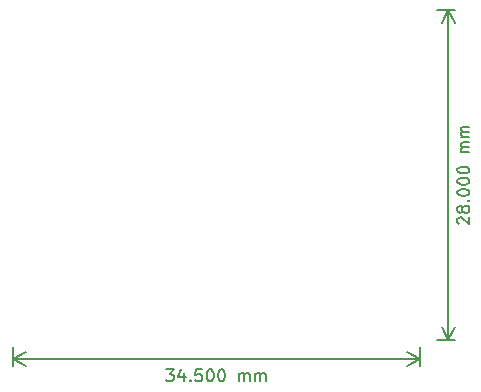
<source format=gbr>
G04 #@! TF.GenerationSoftware,KiCad,Pcbnew,(5.1.2)-1*
G04 #@! TF.CreationDate,2019-06-03T23:01:36-07:00*
G04 #@! TF.ProjectId,USB-PD-Breakout,5553422d-5044-42d4-9272-65616b6f7574,rev?*
G04 #@! TF.SameCoordinates,PX60e4b00PY60e4b00*
G04 #@! TF.FileFunction,Drawing*
%FSLAX46Y46*%
G04 Gerber Fmt 4.6, Leading zero omitted, Abs format (unit mm)*
G04 Created by KiCad (PCBNEW (5.1.2)-1) date 2019-06-03 23:01:36*
%MOMM*%
%LPD*%
G04 APERTURE LIST*
%ADD10C,0.150000*%
%ADD11C,0.203200*%
G04 APERTURE END LIST*
D10*
X37747619Y9957143D02*
X37700000Y10004762D01*
X37652380Y10100000D01*
X37652380Y10338096D01*
X37700000Y10433334D01*
X37747619Y10480953D01*
X37842857Y10528572D01*
X37938095Y10528572D01*
X38080952Y10480953D01*
X38652380Y9909524D01*
X38652380Y10528572D01*
X38080952Y11100000D02*
X38033333Y11004762D01*
X37985714Y10957143D01*
X37890476Y10909524D01*
X37842857Y10909524D01*
X37747619Y10957143D01*
X37700000Y11004762D01*
X37652380Y11100000D01*
X37652380Y11290477D01*
X37700000Y11385715D01*
X37747619Y11433334D01*
X37842857Y11480953D01*
X37890476Y11480953D01*
X37985714Y11433334D01*
X38033333Y11385715D01*
X38080952Y11290477D01*
X38080952Y11100000D01*
X38128571Y11004762D01*
X38176190Y10957143D01*
X38271428Y10909524D01*
X38461904Y10909524D01*
X38557142Y10957143D01*
X38604761Y11004762D01*
X38652380Y11100000D01*
X38652380Y11290477D01*
X38604761Y11385715D01*
X38557142Y11433334D01*
X38461904Y11480953D01*
X38271428Y11480953D01*
X38176190Y11433334D01*
X38128571Y11385715D01*
X38080952Y11290477D01*
X38557142Y11909524D02*
X38604761Y11957143D01*
X38652380Y11909524D01*
X38604761Y11861905D01*
X38557142Y11909524D01*
X38652380Y11909524D01*
X37652380Y12576191D02*
X37652380Y12671429D01*
X37700000Y12766667D01*
X37747619Y12814286D01*
X37842857Y12861905D01*
X38033333Y12909524D01*
X38271428Y12909524D01*
X38461904Y12861905D01*
X38557142Y12814286D01*
X38604761Y12766667D01*
X38652380Y12671429D01*
X38652380Y12576191D01*
X38604761Y12480953D01*
X38557142Y12433334D01*
X38461904Y12385715D01*
X38271428Y12338096D01*
X38033333Y12338096D01*
X37842857Y12385715D01*
X37747619Y12433334D01*
X37700000Y12480953D01*
X37652380Y12576191D01*
X37652380Y13528572D02*
X37652380Y13623810D01*
X37700000Y13719048D01*
X37747619Y13766667D01*
X37842857Y13814286D01*
X38033333Y13861905D01*
X38271428Y13861905D01*
X38461904Y13814286D01*
X38557142Y13766667D01*
X38604761Y13719048D01*
X38652380Y13623810D01*
X38652380Y13528572D01*
X38604761Y13433334D01*
X38557142Y13385715D01*
X38461904Y13338096D01*
X38271428Y13290477D01*
X38033333Y13290477D01*
X37842857Y13338096D01*
X37747619Y13385715D01*
X37700000Y13433334D01*
X37652380Y13528572D01*
X37652380Y14480953D02*
X37652380Y14576191D01*
X37700000Y14671429D01*
X37747619Y14719048D01*
X37842857Y14766667D01*
X38033333Y14814286D01*
X38271428Y14814286D01*
X38461904Y14766667D01*
X38557142Y14719048D01*
X38604761Y14671429D01*
X38652380Y14576191D01*
X38652380Y14480953D01*
X38604761Y14385715D01*
X38557142Y14338096D01*
X38461904Y14290477D01*
X38271428Y14242858D01*
X38033333Y14242858D01*
X37842857Y14290477D01*
X37747619Y14338096D01*
X37700000Y14385715D01*
X37652380Y14480953D01*
X38652380Y16004762D02*
X37985714Y16004762D01*
X38080952Y16004762D02*
X38033333Y16052381D01*
X37985714Y16147620D01*
X37985714Y16290477D01*
X38033333Y16385715D01*
X38128571Y16433334D01*
X38652380Y16433334D01*
X38128571Y16433334D02*
X38033333Y16480953D01*
X37985714Y16576191D01*
X37985714Y16719048D01*
X38033333Y16814286D01*
X38128571Y16861905D01*
X38652380Y16861905D01*
X38652380Y17338096D02*
X37985714Y17338096D01*
X38080952Y17338096D02*
X38033333Y17385715D01*
X37985714Y17480953D01*
X37985714Y17623810D01*
X38033333Y17719048D01*
X38128571Y17766667D01*
X38652380Y17766667D01*
X38128571Y17766667D02*
X38033333Y17814286D01*
X37985714Y17909524D01*
X37985714Y18052381D01*
X38033333Y18147620D01*
X38128571Y18195239D01*
X38652380Y18195239D01*
X36900000Y100000D02*
X36900000Y28100000D01*
X35900000Y100000D02*
X37486421Y100000D01*
X35900000Y28100000D02*
X37486421Y28100000D01*
X36900000Y28100000D02*
X37486421Y26973496D01*
X36900000Y28100000D02*
X36313579Y26973496D01*
X36900000Y100000D02*
X37486421Y1226504D01*
X36900000Y100000D02*
X36313579Y1226504D01*
D11*
X12992476Y-2366018D02*
X13621428Y-2366018D01*
X13282761Y-2753065D01*
X13427904Y-2753065D01*
X13524666Y-2801446D01*
X13573047Y-2849827D01*
X13621428Y-2946589D01*
X13621428Y-3188494D01*
X13573047Y-3285256D01*
X13524666Y-3333637D01*
X13427904Y-3382018D01*
X13137619Y-3382018D01*
X13040857Y-3333637D01*
X12992476Y-3285256D01*
X14492285Y-2704684D02*
X14492285Y-3382018D01*
X14250380Y-2317637D02*
X14008476Y-3043351D01*
X14637428Y-3043351D01*
X15024476Y-3285256D02*
X15072857Y-3333637D01*
X15024476Y-3382018D01*
X14976095Y-3333637D01*
X15024476Y-3285256D01*
X15024476Y-3382018D01*
X15992095Y-2366018D02*
X15508285Y-2366018D01*
X15459904Y-2849827D01*
X15508285Y-2801446D01*
X15605047Y-2753065D01*
X15846952Y-2753065D01*
X15943714Y-2801446D01*
X15992095Y-2849827D01*
X16040476Y-2946589D01*
X16040476Y-3188494D01*
X15992095Y-3285256D01*
X15943714Y-3333637D01*
X15846952Y-3382018D01*
X15605047Y-3382018D01*
X15508285Y-3333637D01*
X15459904Y-3285256D01*
X16669428Y-2366018D02*
X16766190Y-2366018D01*
X16862952Y-2414399D01*
X16911333Y-2462779D01*
X16959714Y-2559541D01*
X17008095Y-2753065D01*
X17008095Y-2994970D01*
X16959714Y-3188494D01*
X16911333Y-3285256D01*
X16862952Y-3333637D01*
X16766190Y-3382018D01*
X16669428Y-3382018D01*
X16572666Y-3333637D01*
X16524285Y-3285256D01*
X16475904Y-3188494D01*
X16427523Y-2994970D01*
X16427523Y-2753065D01*
X16475904Y-2559541D01*
X16524285Y-2462779D01*
X16572666Y-2414399D01*
X16669428Y-2366018D01*
X17637047Y-2366018D02*
X17733809Y-2366018D01*
X17830571Y-2414398D01*
X17878952Y-2462779D01*
X17927333Y-2559541D01*
X17975714Y-2753065D01*
X17975714Y-2994970D01*
X17927333Y-3188494D01*
X17878952Y-3285256D01*
X17830571Y-3333637D01*
X17733809Y-3382018D01*
X17637047Y-3382018D01*
X17540285Y-3333637D01*
X17491904Y-3285256D01*
X17443523Y-3188494D01*
X17395142Y-2994970D01*
X17395142Y-2753065D01*
X17443523Y-2559541D01*
X17491904Y-2462779D01*
X17540285Y-2414398D01*
X17637047Y-2366018D01*
X19185238Y-3382017D02*
X19185238Y-2704684D01*
X19185238Y-2801446D02*
X19233619Y-2753065D01*
X19330380Y-2704684D01*
X19475523Y-2704684D01*
X19572285Y-2753065D01*
X19620666Y-2849827D01*
X19620666Y-3382017D01*
X19620666Y-2849827D02*
X19669047Y-2753065D01*
X19765809Y-2704684D01*
X19910952Y-2704684D01*
X20007714Y-2753065D01*
X20056095Y-2849827D01*
X20056095Y-3382017D01*
X20539904Y-3382017D02*
X20539904Y-2704684D01*
X20539904Y-2801446D02*
X20588285Y-2753065D01*
X20685047Y-2704684D01*
X20830190Y-2704684D01*
X20926952Y-2753065D01*
X20975333Y-2849827D01*
X20975333Y-3382017D01*
X20975333Y-2849827D02*
X21023714Y-2753065D01*
X21120476Y-2704684D01*
X21265619Y-2704684D01*
X21362380Y-2753065D01*
X21410761Y-2849827D01*
X21410761Y-3382017D01*
X0Y-1500000D02*
X34500000Y-1499999D01*
X0Y-500001D02*
X0Y-2086421D01*
X34500000Y-500000D02*
X34500000Y-2086420D01*
X34500000Y-1499999D02*
X33373496Y-2086420D01*
X34500000Y-1499999D02*
X33373496Y-913578D01*
X0Y-1500000D02*
X1126504Y-2086421D01*
X0Y-1500000D02*
X1126504Y-913579D01*
M02*

</source>
